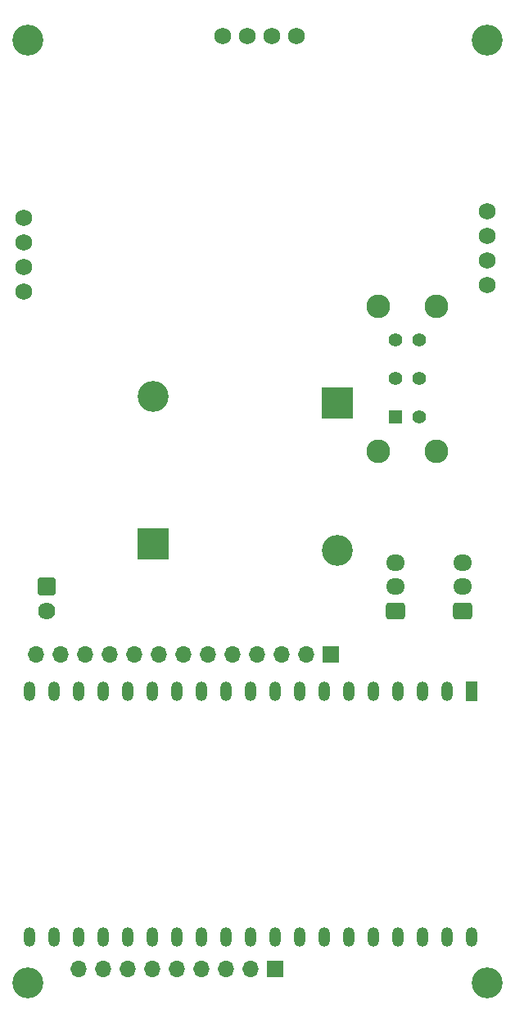
<source format=gbr>
%TF.GenerationSoftware,KiCad,Pcbnew,8.0.8*%
%TF.CreationDate,2025-02-20T18:56:18-05:00*%
%TF.ProjectId,pcb_v3,7063625f-7633-42e6-9b69-6361645f7063,rev?*%
%TF.SameCoordinates,Original*%
%TF.FileFunction,Soldermask,Bot*%
%TF.FilePolarity,Negative*%
%FSLAX46Y46*%
G04 Gerber Fmt 4.6, Leading zero omitted, Abs format (unit mm)*
G04 Created by KiCad (PCBNEW 8.0.8) date 2025-02-20 18:56:18*
%MOMM*%
%LPD*%
G01*
G04 APERTURE LIST*
G04 Aperture macros list*
%AMRoundRect*
0 Rectangle with rounded corners*
0 $1 Rounding radius*
0 $2 $3 $4 $5 $6 $7 $8 $9 X,Y pos of 4 corners*
0 Add a 4 corners polygon primitive as box body*
4,1,4,$2,$3,$4,$5,$6,$7,$8,$9,$2,$3,0*
0 Add four circle primitives for the rounded corners*
1,1,$1+$1,$2,$3*
1,1,$1+$1,$4,$5*
1,1,$1+$1,$6,$7*
1,1,$1+$1,$8,$9*
0 Add four rect primitives between the rounded corners*
20,1,$1+$1,$2,$3,$4,$5,0*
20,1,$1+$1,$4,$5,$6,$7,0*
20,1,$1+$1,$6,$7,$8,$9,0*
20,1,$1+$1,$8,$9,$2,$3,0*%
G04 Aperture macros list end*
%ADD10C,3.200000*%
%ADD11RoundRect,0.102000X0.604000X-0.604000X0.604000X0.604000X-0.604000X0.604000X-0.604000X-0.604000X0*%
%ADD12C,1.412000*%
%ADD13C,2.454000*%
%ADD14RoundRect,0.102000X0.787500X-0.787500X0.787500X0.787500X-0.787500X0.787500X-0.787500X-0.787500X0*%
%ADD15C,1.779000*%
%ADD16C,1.734000*%
%ADD17R,1.200000X2.000000*%
%ADD18O,1.200000X2.000000*%
%ADD19R,3.200000X3.200000*%
%ADD20O,3.200000X3.200000*%
%ADD21RoundRect,0.250000X0.725000X-0.600000X0.725000X0.600000X-0.725000X0.600000X-0.725000X-0.600000X0*%
%ADD22O,1.950000X1.700000*%
%ADD23R,1.700000X1.700000*%
%ADD24O,1.700000X1.700000*%
G04 APERTURE END LIST*
D10*
%TO.C,REF\u002A\u002A*%
X102000000Y-152000000D03*
%TD*%
%TO.C,REF\u002A\u002A*%
X149500000Y-152000000D03*
%TD*%
%TO.C,REF\u002A\u002A*%
X149500000Y-54500000D03*
%TD*%
%TO.C,REF\u002A\u002A*%
X102000000Y-54500000D03*
%TD*%
D11*
%TO.C,S1*%
X140000000Y-93500000D03*
D12*
X140000000Y-89500000D03*
X140000000Y-85500000D03*
X142500000Y-93500000D03*
X142500000Y-89500000D03*
X142500000Y-85500000D03*
D13*
X138250000Y-97000000D03*
X138250000Y-82000000D03*
X144250000Y-82000000D03*
X144250000Y-97000000D03*
%TD*%
D14*
%TO.C,J1*%
X104000000Y-111000000D03*
D15*
X104000000Y-113500000D03*
%TD*%
D16*
%TO.C,U6*%
X129810000Y-54125000D03*
X127270000Y-54125000D03*
X124730000Y-54125000D03*
X122190000Y-54125000D03*
%TD*%
D17*
%TO.C,U1*%
X147903440Y-121800000D03*
D18*
X145363440Y-121800000D03*
X142823440Y-121800000D03*
X140283440Y-121800000D03*
X137743440Y-121800000D03*
X135203440Y-121800000D03*
X132663440Y-121800000D03*
X130123440Y-121800000D03*
X127583440Y-121800000D03*
X125043440Y-121800000D03*
X122503440Y-121800000D03*
X119963440Y-121800000D03*
X117423440Y-121800000D03*
X114883440Y-121800000D03*
X112343440Y-121800000D03*
X109803440Y-121800000D03*
X107263440Y-121800000D03*
X104723440Y-121800000D03*
X102183440Y-121800000D03*
X102186160Y-147196320D03*
X104726160Y-147196320D03*
X107263440Y-147200000D03*
X109803440Y-147200000D03*
X112343440Y-147200000D03*
X114883440Y-147200000D03*
X117423440Y-147200000D03*
X119963440Y-147200000D03*
X122503440Y-147200000D03*
X125043440Y-147200000D03*
X127583440Y-147200000D03*
X130123440Y-147200000D03*
X132663440Y-147200000D03*
X135203440Y-147200000D03*
X137743440Y-147200000D03*
X140283440Y-147200000D03*
X142823440Y-147200000D03*
X145363440Y-147200000D03*
X147903440Y-147200000D03*
%TD*%
D19*
%TO.C,D2*%
X134000000Y-92000000D03*
D20*
X134000000Y-107240000D03*
%TD*%
D21*
%TO.C,J7*%
X147000000Y-113500000D03*
D22*
X147000000Y-111000000D03*
X147000000Y-108500000D03*
%TD*%
D16*
%TO.C,U5*%
X101625000Y-72880000D03*
X101625000Y-75420000D03*
X101625000Y-77960000D03*
X101625000Y-80500000D03*
%TD*%
D23*
%TO.C,J9*%
X127580000Y-150500000D03*
D24*
X125040000Y-150500000D03*
X122500000Y-150500000D03*
X119960000Y-150500000D03*
X117420000Y-150500000D03*
X114880000Y-150500000D03*
X112340000Y-150500000D03*
X109800000Y-150500000D03*
X107260000Y-150500000D03*
%TD*%
D23*
%TO.C,J8*%
X133360000Y-118000000D03*
D24*
X130820000Y-118000000D03*
X128280000Y-118000000D03*
X125740000Y-118000000D03*
X123200000Y-118000000D03*
X120660000Y-118000000D03*
X118120000Y-118000000D03*
X115580000Y-118000000D03*
X113040000Y-118000000D03*
X110500000Y-118000000D03*
X107960000Y-118000000D03*
X105420000Y-118000000D03*
X102880000Y-118000000D03*
%TD*%
D21*
%TO.C,J6*%
X140000000Y-113500000D03*
D22*
X140000000Y-111000000D03*
X140000000Y-108500000D03*
%TD*%
D19*
%TO.C,D1*%
X115000000Y-106620000D03*
D20*
X115000000Y-91380000D03*
%TD*%
D16*
%TO.C,U4*%
X149500000Y-79810000D03*
X149500000Y-77270000D03*
X149500000Y-74730000D03*
X149500000Y-72190000D03*
%TD*%
M02*

</source>
